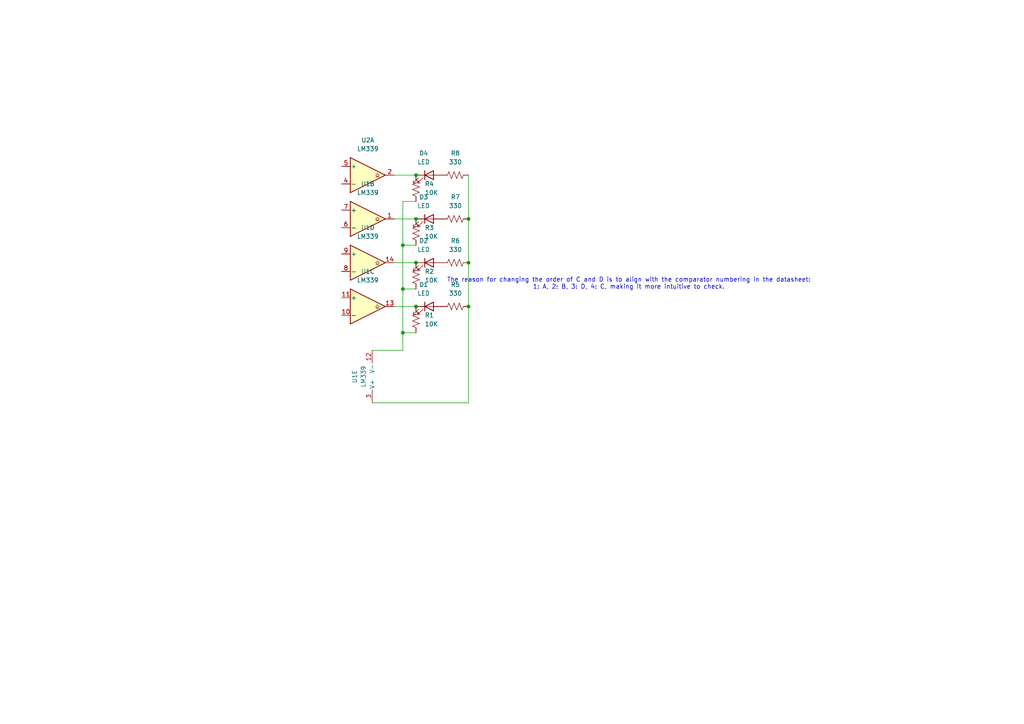
<source format=kicad_sch>
(kicad_sch (version 20250114) (generator "eeschema") (generator_version "9.0")
  (paper "A4")
  (lib_symbols
    (symbol "Comparator:LM339" (pin_names (offset 0.127))
      (property "Reference" "U" (at 0 5.08 0))
      (property "Value" "LM339" (at 0 -5.08 0))
      (symbol "LM339_1_1"
        (polyline (pts (xy -5.08 5.08) (xy 5.08 0) (xy -5.08 -5.08) (xy -5.08 5.08)) (stroke (width 0.254)) (fill (type background)))
        (polyline (pts (xy 3.302 -0.508) (xy 2.794 -0.508) (xy 3.302 0) (xy 2.794 0.508) (xy 2.286 0) (xy 2.794 -0.508) (xy 2.286 -0.508)) (stroke (width 0.127)))
        (pin input line (at -7.62 2.54 0) (length 2.54) (name "+") (number "5"))
        (pin input line (at -7.62 -2.54 0) (length 2.54) (name "-") (number "4"))
        (pin open_collector line (at 7.62 0 180) (length 2.54) (name "~") (number "2"))
      )
      (symbol "LM339_2_1"
        (polyline (pts (xy -5.08 5.08) (xy 5.08 0) (xy -5.08 -5.08) (xy -5.08 5.08)) (stroke (width 0.254)) (fill (type background)))
        (polyline (pts (xy 3.302 -0.508) (xy 2.794 -0.508) (xy 3.302 0) (xy 2.794 0.508) (xy 2.286 0) (xy 2.794 -0.508) (xy 2.286 -0.508)) (stroke (width 0.127)))
        (pin input line (at -7.62 2.54 0) (length 2.54) (name "+") (number "7"))
        (pin input line (at -7.62 -2.54 0) (length 2.54) (name "-") (number "6"))
        (pin open_collector line (at 7.62 0 180) (length 2.54) (name "~") (number "1"))
      )
      (symbol "LM339_3_1"
        (polyline (pts (xy -5.08 5.08) (xy 5.08 0) (xy -5.08 -5.08) (xy -5.08 5.08)) (stroke (width 0.254)) (fill (type background)))
        (polyline (pts (xy 3.302 -0.508) (xy 2.794 -0.508) (xy 3.302 0) (xy 2.794 0.508) (xy 2.286 0) (xy 2.794 -0.508) (xy 2.286 -0.508)) (stroke (width 0.127)))
        (pin input line (at -7.62 2.54 0) (length 2.54) (name "+") (number "11"))
        (pin input line (at -7.62 -2.54 0) (length 2.54) (name "-") (number "10"))
        (pin open_collector line (at 7.62 0 180) (length 2.54) (name "~") (number "13"))
      )
      (symbol "LM339_4_1"
        (polyline (pts (xy -5.08 5.08) (xy 5.08 0) (xy -5.08 -5.08) (xy -5.08 5.08)) (stroke (width 0.254)) (fill (type background)))
        (polyline (pts (xy 3.302 -0.508) (xy 2.794 -0.508) (xy 3.302 0) (xy 2.794 0.508) (xy 2.286 0) (xy 2.794 -0.508) (xy 2.286 -0.508)) (stroke (width 0.127)))
        (pin input line (at -7.62 2.54 0) (length 2.54) (name "+") (number "9"))
        (pin input line (at -7.62 -2.54 0) (length 2.54) (name "-") (number "8"))
        (pin open_collector line (at 7.62 0 180) (length 2.54) (name "~") (number "14"))
      )
      (symbol "LM339_5_1"
        (pin power_in line (at -2.54 7.62 270) (length 3.81) (name "V+") (number "3"))
        (pin power_in line (at -2.54 -7.62 90) (length 3.81) (name "V-") (number "12"))
      )
    )
    (symbol "Device:LED" (pin_numbers (hide yes)) (pin_names (offset 1.016) (hide yes))
      (property "Reference" "D" (at 0 2.54 0))
      (property "Value" "LED" (at 0 -2.54 0))
      (symbol "LED_0_1"
        (polyline (pts (xy -3.048 -0.762) (xy -4.572 -2.286) (xy -3.81 -2.286) (xy -4.572 -2.286) (xy -4.572 -1.524)))
        (polyline (pts (xy -1.778 -0.762) (xy -3.302 -2.286) (xy -2.54 -2.286) (xy -3.302 -2.286) (xy -3.302 -1.524)))
        (polyline (pts (xy -1.27 0) (xy 1.27 0)))
        (polyline (pts (xy -1.27 -1.27) (xy -1.27 1.27)) (stroke (width 0.254)))
        (polyline (pts (xy 1.27 -1.27) (xy 1.27 1.27) (xy -1.27 0) (xy 1.27 -1.27)) (stroke (width 0.254)))
      )
      (symbol "LED_1_1"
        (pin passive line (at -3.81 0 0) (length 2.54) (name "K") (number "1"))
        (pin passive line (at 3.81 0 180) (length 2.54) (name "A") (number "2"))
      )
    )
    (symbol "Device:R_US" (pin_numbers (hide yes)) (pin_names (offset 0))
      (property "Reference" "R" (at 2.54 0 90))
      (property "Value" "R_US" (at -2.54 0 90))
      (symbol "R_US_0_1"
        (polyline (pts (xy 0 2.286) (xy 0 2.54)))
        (polyline (pts (xy 0 2.286) (xy 1.016 1.905) (xy 0 1.524) (xy -1.016 1.143) (xy 0 0.762)))
        (polyline (pts (xy 0 0.762) (xy 1.016 0.381) (xy 0 0) (xy -1.016 -0.381) (xy 0 -0.762)))
        (polyline (pts (xy 0 -0.762) (xy 1.016 -1.143) (xy 0 -1.524) (xy -1.016 -1.905) (xy 0 -2.286)))
        (polyline (pts (xy 0 -2.286) (xy 0 -2.54)))
      )
      (symbol "R_US_1_1"
        (pin passive line (at 0 3.81 270) (length 1.27) (name "~") (number "1"))
        (pin passive line (at 0 -3.81 90) (length 1.27) (name "~") (number "2"))
      )
    )
  )
  (text "The reason for changing the order of C and D is to align with the comparator numbering in the datasheet:\n1: A, 2: B, 3: D, 4: C, making it more intuitive to check." (at 182.372 82.296 0) (effects (font (size 1.27 1.27))))
  (junction (at 135.89 76.2))
  (junction (at 120.65 76.2))
  (junction (at 116.84 96.52))
  (junction (at 116.84 71.12))
  (junction (at 120.65 88.9))
  (junction (at 120.65 50.8))
  (junction (at 135.89 88.9))
  (junction (at 116.84 83.82))
  (junction (at 135.89 63.5))
  (junction (at 120.65 63.5))
  (wire (pts (xy 116.84 71.12) (xy 116.84 83.82)))
  (wire (pts (xy 116.84 58.42) (xy 120.65 58.42)))
  (wire (pts (xy 120.65 71.12) (xy 116.84 71.12)))
  (wire (pts (xy 116.84 83.82) (xy 116.84 96.52)))
  (wire (pts (xy 116.84 83.82) (xy 120.65 83.82)))
  (wire (pts (xy 116.84 71.12) (xy 116.84 58.42)))
  (wire (pts (xy 114.3 50.8) (xy 120.65 50.8)))
  (wire (pts (xy 116.84 96.52) (xy 116.84 101.6)))
  (wire (pts (xy 135.89 76.2) (xy 135.89 88.9)))
  (wire (pts (xy 135.89 50.8) (xy 135.89 63.5)))
  (wire (pts (xy 135.89 88.9) (xy 135.89 116.84)))
  (wire (pts (xy 114.3 63.5) (xy 120.65 63.5)))
  (wire (pts (xy 114.3 88.9) (xy 120.65 88.9)))
  (wire (pts (xy 135.89 63.5) (xy 135.89 76.2)))
  (wire (pts (xy 135.89 116.84) (xy 107.95 116.84)))
  (wire (pts (xy 107.95 101.6) (xy 116.84 101.6)))
  (wire (pts (xy 116.84 96.52) (xy 120.65 96.52)))
  (wire (pts (xy 114.3 76.2) (xy 120.65 76.2)))
  (symbol (lib_id "Device:R_US") (at 120.65 92.71 180) (unit 1)
    (property "Reference" "R1" (at 123.19 91.4399 0) (effects (justify right)))
    (property "Value" "10K" (at 123.19 93.9799 0) (effects (justify right)))
    (property "Description" "Resistor, US symbol" (effects (hide yes)))
  )
  (symbol (lib_id "Device:R_US") (at 132.08 76.2 270) (unit 1)
    (property "Reference" "R6" (at 132.08 69.85 90))
    (property "Value" "330" (at 132.08 72.39 90))
    (property "Description" "Resistor, US symbol" (effects (hide yes)))
  )
  (symbol (lib_id "Device:R_US") (at 120.65 80.01 0) (unit 1)
    (property "Reference" "R2" (at 123.19 78.7399 0) (effects (justify left)))
    (property "Value" "10K" (at 123.19 81.2799 0) (effects (justify left)))
    (property "Description" "Resistor, US symbol" (effects (hide yes)))
  )
  (symbol (lib_id "Device:LED") (at 124.46 88.9 0) (unit 1)
    (property "Reference" "D1" (at 122.8725 82.55 0))
    (property "Value" "LED" (at 122.8725 85.09 0))
    (property "Description" "Light emitting diode" (effects (hide yes)))
    (property "Sim.Pins" "1=K 2=A" (effects (hide yes)))
  )
  (symbol (lib_id "Device:LED") (at 124.46 50.8 0) (unit 1)
    (property "Reference" "D4" (at 122.8725 44.45 0))
    (property "Value" "LED" (at 122.8725 46.99 0))
    (property "Description" "Light emitting diode" (effects (hide yes)))
    (property "Sim.Pins" "1=K 2=A" (effects (hide yes)))
  )
  (symbol (lib_id "Comparator:LM339") (at 106.68 88.9 0) (unit 3)
    (property "Reference" "U1" (at 106.68 78.74 0))
    (property "Value" "LM339" (at 106.68 81.28 0))
    (property "Datasheet" "https://www.st.com/resource/en/datasheet/lm139.pdf" (effects (hide yes)))
    (property "Description" "Quad Differential Comparators, SOIC-14/TSSOP-14" (effects (hide yes)))
  )
  (symbol (lib_id "Device:LED") (at 124.46 63.5 0) (unit 1)
    (property "Reference" "D3" (at 122.8725 57.15 0))
    (property "Value" "LED" (at 122.8725 59.69 0))
    (property "Description" "Light emitting diode" (effects (hide yes)))
    (property "Sim.Pins" "1=K 2=A" (effects (hide yes)))
  )
  (symbol (lib_id "Device:R_US") (at 120.65 54.61 0) (unit 1)
    (property "Reference" "R4" (at 123.19 53.3399 0) (effects (justify left)))
    (property "Value" "10K" (at 123.19 55.8799 0) (effects (justify left)))
    (property "Description" "Resistor, US symbol" (effects (hide yes)))
  )
  (symbol (lib_id "Device:R_US") (at 132.08 63.5 270) (unit 1)
    (property "Reference" "R7" (at 132.08 57.15 90))
    (property "Value" "330" (at 132.08 59.69 90))
    (property "Description" "Resistor, US symbol" (effects (hide yes)))
  )
  (symbol (lib_id "Comparator:LM339") (at 106.68 63.5 0) (unit 2)
    (property "Reference" "U1" (at 106.68 53.34 0))
    (property "Value" "LM339" (at 106.68 55.88 0))
    (property "Datasheet" "https://www.st.com/resource/en/datasheet/lm139.pdf" (effects (hide yes)))
    (property "Description" "Quad Differential Comparators, SOIC-14/TSSOP-14" (effects (hide yes)))
  )
  (symbol (lib_id "Device:LED") (at 124.46 76.2 0) (unit 1)
    (property "Reference" "D2" (at 122.8725 69.85 0))
    (property "Value" "LED" (at 122.8725 72.39 0))
    (property "Description" "Light emitting diode" (effects (hide yes)))
    (property "Sim.Pins" "1=K 2=A" (effects (hide yes)))
  )
  (symbol (lib_id "Comparator:LM339") (at 106.68 76.2 0) (unit 4)
    (property "Reference" "U1" (at 106.68 66.04 0))
    (property "Value" "LM339" (at 106.68 68.58 0))
    (property "Datasheet" "https://www.st.com/resource/en/datasheet/lm139.pdf" (effects (hide yes)))
    (property "Description" "Quad Differential Comparators, SOIC-14/TSSOP-14" (effects (hide yes)))
  )
  (symbol (lib_id "Device:R_US") (at 132.08 50.8 270) (unit 1)
    (property "Reference" "R8" (at 132.08 44.45 90))
    (property "Value" "330" (at 132.08 46.99 90))
    (property "Description" "Resistor, US symbol" (effects (hide yes)))
  )
  (symbol (lib_id "Comparator:LM339") (at 105.41 109.22 180) (unit 5)
    (property "Reference" "U1" (at 102.87 109.22 90))
    (property "Value" "LM339" (at 105.41 109.22 90))
    (property "Datasheet" "https://www.st.com/resource/en/datasheet/lm139.pdf" (effects (hide yes)))
    (property "Description" "Quad Differential Comparators, SOIC-14/TSSOP-14" (effects (hide yes)))
  )
  (symbol (lib_id "Comparator:LM339") (at 106.68 50.8 0) (unit 1)
    (property "Reference" "U2" (at 106.68 40.64 0))
    (property "Value" "LM339" (at 106.68 43.18 0))
    (property "Datasheet" "https://www.st.com/resource/en/datasheet/lm139.pdf" (effects (hide yes)))
    (property "Description" "Quad Differential Comparators, SOIC-14/TSSOP-14" (effects (hide yes)))
  )
  (symbol (lib_id "Device:R_US") (at 132.08 88.9 270) (unit 1)
    (property "Reference" "R5" (at 132.08 82.55 90))
    (property "Value" "330" (at 132.08 85.09 90))
    (property "Description" "Resistor, US symbol" (effects (hide yes)))
  )
  (symbol (lib_id "Device:R_US") (at 120.65 67.31 0) (unit 1)
    (property "Reference" "R3" (at 123.19 66.0399 0) (effects (justify left)))
    (property "Value" "10K" (at 123.19 68.5799 0) (effects (justify left)))
    (property "Description" "Resistor, US symbol" (effects (hide yes)))
  )
)
</source>
